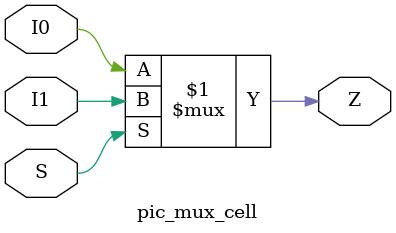
<source format=v>
module pic_mux_cell(
  I0,
  I1,
  S,
  Z
);
//RELEASE_INST_LIB

input   I0;
input   I1;
input   S;
output  Z;

wire Z;

assign Z = S ? I1 : I0; //Customs can replace this line with their own mux_cell

//`ifdef PIC_TSMC
//  `ifdef PIC_PROCESS12FFC
//    MUX2D8BWP6T16P96CPDLVT x_mux_cell(
//      .I0 (I0),
//      .I1 (I1),
//      .S  (S ),
//      .Z  (Z )
//    );
//  `else
//    `ifdef PIC_PROCESS28HPC
//      MUX2D4BWP30P140 x_mux_cell(
//        .I0 (I0),
//        .I1 (I1),
//        .S  (S ),
//        .Z  (Z )
//      );
//    `endif
//  `endif
//`endif

endmodule

</source>
